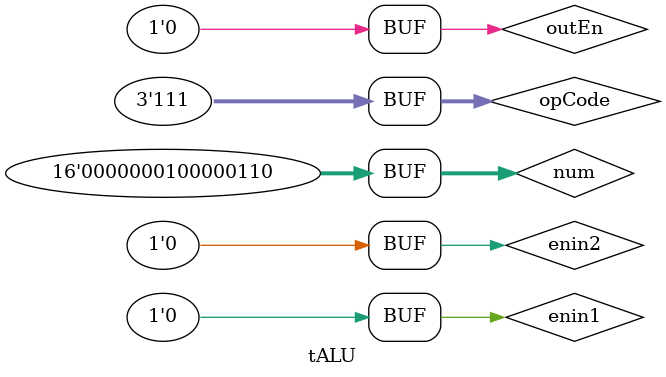
<source format=v>
`timescale 1us/10ns

module tALU;
	reg[15:0] num;
	reg enin1, enin2;
	reg[2:0] opCode;
	wire[15:0] result;
	reg outEn;
	
	ALU alu(num, enin1, enin2, opCode, result, outEn);
	
	// Assuming every rising edge 5n
	initial
	begin
		// Loading numbers
		#2
		outEn = 0;
		num = 16'd256;
		enin1 = 1;
		#2
		enin1 = 0;
		num = 16'd255;
		enin2 = 1;
		#2
		enin2 = 0;
		
		for(opCode = 0; opCode < 7; opCode = opCode + 1)
		begin
			#2
			outEn = 1;
			#2
			outEn = 0;
			num = num +1;
			enin1 = 1;
			#2
			enin1 = 0;
		end
	end
	
endmodule
</source>
